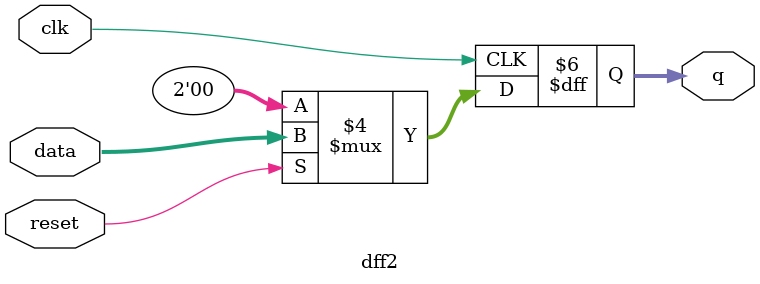
<source format=v>
module dff2(data,clk,reset,q);
input [1:0]data;
input clk,reset;
output [1:0]q;
reg [1:0]q;
//initial q=0,reset=1;
always @ (posedge clk)
if (~reset) 
	begin
		q=0;
	end
else 
	begin
		q=data;
	end
endmodule






















</source>
